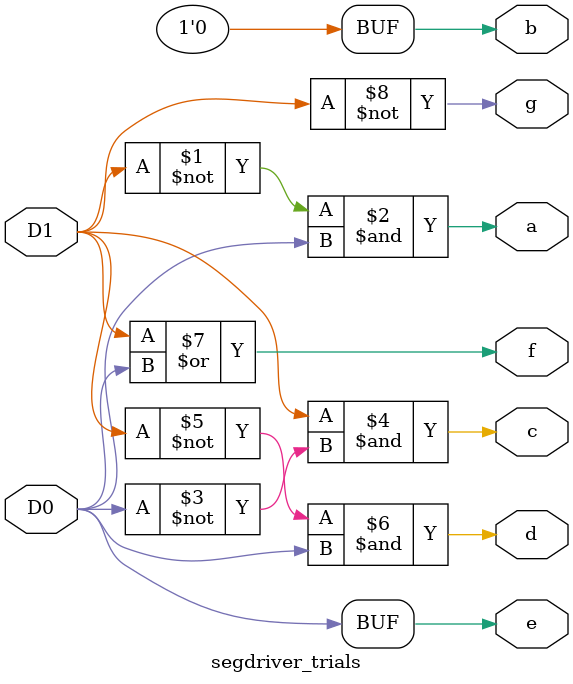
<source format=v>
module segdriver_trials(D1,D0,a,b,c,d,e,f,g);
input D1,D0;
output a,b,c,d,e,f,g;

assign a = ~D1 & D0;
assign b = 0;
assign c = D1 & ~D0;
assign d = ~D1 & D0;
assign e = D0;
assign f = D1 | D0;
assign g = ~D1;

endmodule 
</source>
